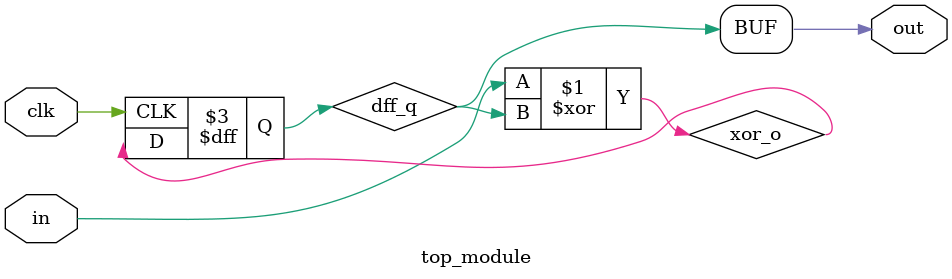
<source format=v>
module top_module (
    input clk,
    input in, 
    output out);
	wire dff_q;
    wire xor_o;
    assign xor_o = in^dff_q;
    assign out = dff_q;
    
    always@(posedge clk)begin
        dff_q <= xor_o;
    end
endmodule

</source>
